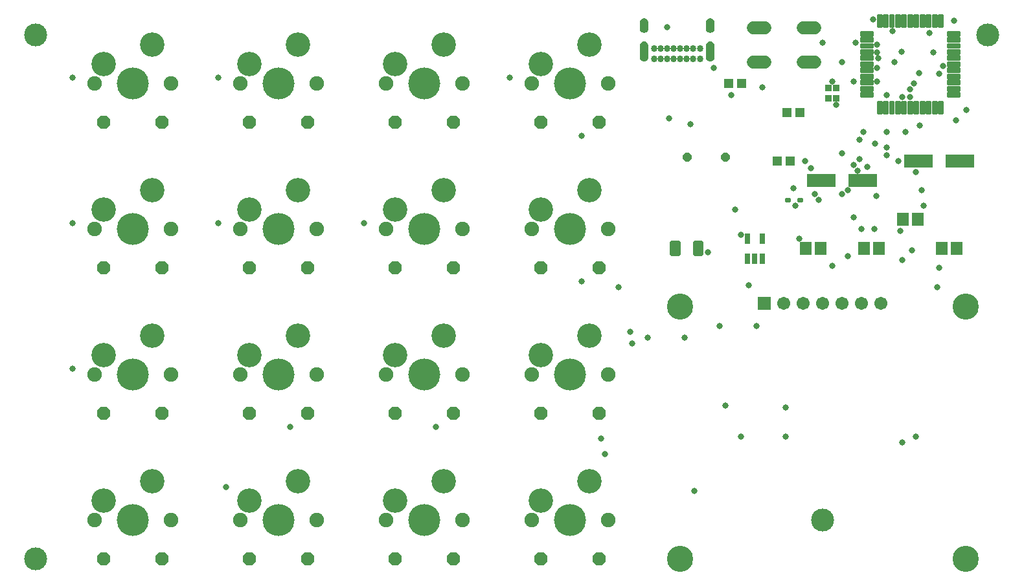
<source format=gbr>
G04 EAGLE Gerber RS-274X export*
G75*
%MOMM*%
%FSLAX34Y34*%
%LPD*%
%INSoldermask Top*%
%IPPOS*%
%AMOC8*
5,1,8,0,0,1.08239X$1,22.5*%
G01*
%ADD10C,3.003200*%
%ADD11R,1.303200X1.203200*%
%ADD12R,3.703200X1.803200*%
%ADD13R,1.703200X1.703200*%
%ADD14C,1.703200*%
%ADD15C,3.419200*%
%ADD16R,0.753200X1.403200*%
%ADD17R,1.503200X1.703200*%
%ADD18C,0.505150*%
%ADD19C,3.203200*%
%ADD20C,1.727200*%
%ADD21C,0.338938*%
%ADD22R,0.903200X0.953200*%
%ADD23P,2.655319X8X22.500000*%
%ADD24P,1.843527X8X22.500000*%
%ADD25C,4.191000*%
%ADD26C,1.903200*%
%ADD27C,0.857200*%
%ADD28C,0.241278*%
%ADD29P,1.275272X8X22.500000*%
%ADD30C,0.807200*%

G36*
X732528Y613657D02*
X732528Y613657D01*
X732533Y613662D01*
X732537Y613659D01*
X733569Y613972D01*
X733573Y613977D01*
X733578Y613975D01*
X734529Y614483D01*
X734532Y614490D01*
X734537Y614489D01*
X735370Y615173D01*
X735372Y615180D01*
X735377Y615180D01*
X736061Y616013D01*
X736061Y616020D01*
X736067Y616021D01*
X736575Y616972D01*
X736574Y616979D01*
X736578Y616981D01*
X736804Y617724D01*
X736819Y617773D01*
X736891Y618013D01*
X736890Y618017D01*
X736892Y618019D01*
X736891Y618021D01*
X736893Y618022D01*
X736999Y619095D01*
X736997Y619098D01*
X736999Y619100D01*
X736999Y634100D01*
X736997Y634103D01*
X736999Y634105D01*
X736893Y635178D01*
X736888Y635183D01*
X736891Y635187D01*
X736578Y636219D01*
X736573Y636223D01*
X736575Y636228D01*
X736067Y637179D01*
X736060Y637182D01*
X736061Y637187D01*
X735377Y638020D01*
X735370Y638022D01*
X735370Y638027D01*
X734537Y638711D01*
X734530Y638711D01*
X734529Y638717D01*
X733578Y639225D01*
X733571Y639224D01*
X733569Y639228D01*
X732537Y639541D01*
X732531Y639539D01*
X732528Y639543D01*
X731455Y639649D01*
X731449Y639645D01*
X731445Y639649D01*
X730372Y639543D01*
X730367Y639538D01*
X730363Y639541D01*
X729331Y639228D01*
X729327Y639223D01*
X729322Y639225D01*
X728371Y638717D01*
X728368Y638710D01*
X728363Y638711D01*
X727530Y638027D01*
X727528Y638020D01*
X727523Y638020D01*
X726839Y637187D01*
X726839Y637180D01*
X726833Y637179D01*
X726325Y636228D01*
X726326Y636222D01*
X726322Y636219D01*
X726142Y635628D01*
X726127Y635579D01*
X726009Y635187D01*
X726009Y635186D01*
X726008Y635185D01*
X726011Y635181D01*
X726007Y635178D01*
X725901Y634105D01*
X725903Y634102D01*
X725901Y634100D01*
X725901Y619100D01*
X725903Y619097D01*
X725901Y619095D01*
X726007Y618022D01*
X726012Y618017D01*
X726009Y618013D01*
X726322Y616981D01*
X726327Y616977D01*
X726325Y616972D01*
X726833Y616021D01*
X726840Y616018D01*
X726839Y616013D01*
X727523Y615180D01*
X727530Y615178D01*
X727530Y615173D01*
X728363Y614489D01*
X728370Y614489D01*
X728371Y614483D01*
X729322Y613975D01*
X729329Y613976D01*
X729331Y613972D01*
X730363Y613659D01*
X730370Y613661D01*
X730372Y613657D01*
X731445Y613551D01*
X731451Y613555D01*
X731455Y613551D01*
X732528Y613657D01*
G37*
G36*
X819028Y613657D02*
X819028Y613657D01*
X819033Y613662D01*
X819037Y613659D01*
X820069Y613972D01*
X820073Y613977D01*
X820078Y613975D01*
X821029Y614483D01*
X821032Y614490D01*
X821037Y614489D01*
X821870Y615173D01*
X821872Y615180D01*
X821877Y615180D01*
X822561Y616013D01*
X822561Y616020D01*
X822567Y616021D01*
X823075Y616972D01*
X823074Y616979D01*
X823078Y616981D01*
X823304Y617724D01*
X823319Y617773D01*
X823391Y618013D01*
X823390Y618017D01*
X823392Y618019D01*
X823391Y618021D01*
X823393Y618022D01*
X823499Y619095D01*
X823497Y619098D01*
X823499Y619100D01*
X823499Y634100D01*
X823497Y634103D01*
X823499Y634105D01*
X823393Y635178D01*
X823388Y635183D01*
X823391Y635187D01*
X823078Y636219D01*
X823073Y636223D01*
X823075Y636228D01*
X822567Y637179D01*
X822560Y637182D01*
X822561Y637187D01*
X821877Y638020D01*
X821870Y638022D01*
X821870Y638027D01*
X821037Y638711D01*
X821030Y638711D01*
X821029Y638717D01*
X820078Y639225D01*
X820071Y639224D01*
X820069Y639228D01*
X819037Y639541D01*
X819031Y639539D01*
X819028Y639543D01*
X817955Y639649D01*
X817949Y639645D01*
X817945Y639649D01*
X816872Y639543D01*
X816867Y639538D01*
X816863Y639541D01*
X815831Y639228D01*
X815827Y639223D01*
X815822Y639225D01*
X814871Y638717D01*
X814868Y638710D01*
X814863Y638711D01*
X814030Y638027D01*
X814028Y638020D01*
X814023Y638020D01*
X813339Y637187D01*
X813339Y637180D01*
X813333Y637179D01*
X812825Y636228D01*
X812826Y636222D01*
X812822Y636219D01*
X812642Y635628D01*
X812627Y635579D01*
X812509Y635187D01*
X812509Y635186D01*
X812508Y635185D01*
X812511Y635181D01*
X812507Y635178D01*
X812401Y634105D01*
X812403Y634102D01*
X812401Y634100D01*
X812401Y619100D01*
X812403Y619097D01*
X812401Y619095D01*
X812507Y618022D01*
X812512Y618017D01*
X812509Y618013D01*
X812822Y616981D01*
X812827Y616977D01*
X812825Y616972D01*
X813333Y616021D01*
X813340Y616018D01*
X813339Y616013D01*
X814023Y615180D01*
X814030Y615178D01*
X814030Y615173D01*
X814863Y614489D01*
X814870Y614489D01*
X814871Y614483D01*
X815822Y613975D01*
X815829Y613976D01*
X815831Y613972D01*
X816863Y613659D01*
X816870Y613661D01*
X816872Y613657D01*
X817945Y613551D01*
X817951Y613555D01*
X817955Y613551D01*
X819028Y613657D01*
G37*
G36*
X732528Y650957D02*
X732528Y650957D01*
X732533Y650962D01*
X732537Y650959D01*
X733569Y651272D01*
X733573Y651277D01*
X733578Y651275D01*
X734529Y651783D01*
X734532Y651790D01*
X734537Y651789D01*
X735370Y652473D01*
X735372Y652480D01*
X735377Y652480D01*
X736061Y653313D01*
X736061Y653320D01*
X736067Y653321D01*
X736575Y654272D01*
X736574Y654279D01*
X736578Y654281D01*
X736804Y655024D01*
X736819Y655073D01*
X736891Y655313D01*
X736890Y655317D01*
X736892Y655319D01*
X736891Y655321D01*
X736893Y655322D01*
X736999Y656395D01*
X736997Y656398D01*
X736999Y656400D01*
X736999Y664400D01*
X736997Y664403D01*
X736999Y664405D01*
X736893Y665478D01*
X736888Y665483D01*
X736891Y665487D01*
X736578Y666519D01*
X736573Y666523D01*
X736575Y666528D01*
X736067Y667479D01*
X736060Y667482D01*
X736061Y667487D01*
X735377Y668320D01*
X735370Y668322D01*
X735370Y668327D01*
X734537Y669011D01*
X734530Y669011D01*
X734529Y669017D01*
X733578Y669525D01*
X733571Y669524D01*
X733569Y669528D01*
X732537Y669841D01*
X732531Y669839D01*
X732528Y669843D01*
X731455Y669949D01*
X731449Y669945D01*
X731445Y669949D01*
X730372Y669843D01*
X730367Y669838D01*
X730363Y669841D01*
X729331Y669528D01*
X729327Y669523D01*
X729322Y669525D01*
X728371Y669017D01*
X728368Y669010D01*
X728363Y669011D01*
X727530Y668327D01*
X727528Y668320D01*
X727523Y668320D01*
X726839Y667487D01*
X726839Y667480D01*
X726833Y667479D01*
X726325Y666528D01*
X726326Y666526D01*
X726325Y666526D01*
X726326Y666525D01*
X726326Y666521D01*
X726322Y666519D01*
X726114Y665836D01*
X726009Y665487D01*
X726011Y665481D01*
X726007Y665478D01*
X725901Y664405D01*
X725903Y664402D01*
X725901Y664400D01*
X725901Y656400D01*
X725903Y656397D01*
X725901Y656395D01*
X726007Y655322D01*
X726012Y655317D01*
X726009Y655313D01*
X726322Y654281D01*
X726327Y654277D01*
X726325Y654272D01*
X726833Y653321D01*
X726840Y653318D01*
X726839Y653313D01*
X727523Y652480D01*
X727530Y652478D01*
X727530Y652473D01*
X728363Y651789D01*
X728370Y651789D01*
X728371Y651783D01*
X729322Y651275D01*
X729329Y651276D01*
X729331Y651272D01*
X730363Y650959D01*
X730370Y650961D01*
X730372Y650957D01*
X731445Y650851D01*
X731451Y650855D01*
X731455Y650851D01*
X732528Y650957D01*
G37*
G36*
X819028Y650957D02*
X819028Y650957D01*
X819033Y650962D01*
X819037Y650959D01*
X820069Y651272D01*
X820073Y651277D01*
X820078Y651275D01*
X821029Y651783D01*
X821032Y651790D01*
X821037Y651789D01*
X821870Y652473D01*
X821872Y652480D01*
X821877Y652480D01*
X822561Y653313D01*
X822561Y653320D01*
X822567Y653321D01*
X823075Y654272D01*
X823074Y654279D01*
X823078Y654281D01*
X823304Y655024D01*
X823319Y655073D01*
X823391Y655313D01*
X823390Y655317D01*
X823392Y655319D01*
X823391Y655321D01*
X823393Y655322D01*
X823499Y656395D01*
X823497Y656398D01*
X823499Y656400D01*
X823499Y664400D01*
X823497Y664403D01*
X823499Y664405D01*
X823393Y665478D01*
X823388Y665483D01*
X823391Y665487D01*
X823078Y666519D01*
X823073Y666523D01*
X823075Y666528D01*
X822567Y667479D01*
X822560Y667482D01*
X822561Y667487D01*
X821877Y668320D01*
X821870Y668322D01*
X821870Y668327D01*
X821037Y669011D01*
X821030Y669011D01*
X821029Y669017D01*
X820078Y669525D01*
X820071Y669524D01*
X820069Y669528D01*
X819037Y669841D01*
X819031Y669839D01*
X819028Y669843D01*
X817955Y669949D01*
X817949Y669945D01*
X817945Y669949D01*
X816872Y669843D01*
X816867Y669838D01*
X816863Y669841D01*
X815831Y669528D01*
X815827Y669523D01*
X815822Y669525D01*
X814871Y669017D01*
X814868Y669010D01*
X814863Y669011D01*
X814030Y668327D01*
X814028Y668320D01*
X814023Y668320D01*
X813339Y667487D01*
X813339Y667480D01*
X813333Y667479D01*
X812825Y666528D01*
X812826Y666526D01*
X812825Y666526D01*
X812826Y666525D01*
X812826Y666521D01*
X812822Y666519D01*
X812614Y665836D01*
X812509Y665487D01*
X812511Y665481D01*
X812507Y665478D01*
X812401Y664405D01*
X812403Y664402D01*
X812401Y664400D01*
X812401Y656400D01*
X812403Y656397D01*
X812401Y656395D01*
X812507Y655322D01*
X812512Y655317D01*
X812509Y655313D01*
X812822Y654281D01*
X812827Y654277D01*
X812825Y654272D01*
X813333Y653321D01*
X813340Y653318D01*
X813339Y653313D01*
X814023Y652480D01*
X814030Y652478D01*
X814030Y652473D01*
X814863Y651789D01*
X814870Y651789D01*
X814871Y651783D01*
X815822Y651275D01*
X815829Y651276D01*
X815831Y651272D01*
X816863Y650959D01*
X816870Y650961D01*
X816872Y650957D01*
X817945Y650851D01*
X817951Y650855D01*
X817955Y650851D01*
X819028Y650957D01*
G37*
D10*
X-63500Y647700D03*
X-63500Y-38100D03*
X1181100Y647700D03*
X965200Y12700D03*
D11*
X905900Y482600D03*
X922900Y482600D03*
X842400Y584200D03*
X859400Y584200D03*
X918600Y546100D03*
X935600Y546100D03*
D12*
X1144600Y482600D03*
X1090600Y482600D03*
X963600Y457200D03*
X1017600Y457200D03*
D13*
X889000Y297000D03*
D14*
X914400Y297000D03*
X939800Y297000D03*
X965200Y297000D03*
X990600Y297000D03*
X1016000Y297000D03*
X1041400Y297000D03*
D15*
X778200Y292000D03*
X1152200Y292000D03*
X778200Y-38000D03*
X1152200Y-38000D03*
D16*
X866800Y355299D03*
X876300Y355299D03*
X885800Y355299D03*
X885800Y381301D03*
X866800Y381301D03*
D17*
X1019200Y368300D03*
X1038200Y368300D03*
X943000Y368300D03*
X962000Y368300D03*
X1070000Y406400D03*
X1089000Y406400D03*
D18*
X776840Y360710D02*
X767860Y360710D01*
X767860Y375890D01*
X776840Y375890D01*
X776840Y360710D01*
X776840Y365509D02*
X767860Y365509D01*
X767860Y370308D02*
X776840Y370308D01*
X776840Y375107D02*
X767860Y375107D01*
X797960Y360710D02*
X806940Y360710D01*
X797960Y360710D02*
X797960Y375890D01*
X806940Y375890D01*
X806940Y360710D01*
X806940Y365509D02*
X797960Y365509D01*
X797960Y370308D02*
X806940Y370308D01*
X806940Y375107D02*
X797960Y375107D01*
D17*
X1120800Y368300D03*
X1139800Y368300D03*
D19*
X88900Y635000D03*
X25400Y609600D03*
X469900Y254000D03*
X406400Y228600D03*
X469900Y63500D03*
X406400Y38100D03*
X660400Y635000D03*
X596900Y609600D03*
X660400Y444500D03*
X596900Y419100D03*
X660400Y254000D03*
X596900Y228600D03*
X660400Y63500D03*
X596900Y38100D03*
D20*
X874268Y657606D02*
X889508Y657606D01*
X889508Y612394D02*
X874268Y612394D01*
X939292Y657606D02*
X954532Y657606D01*
X954532Y612394D02*
X939292Y612394D01*
D19*
X88900Y444500D03*
X25400Y419100D03*
X88900Y254000D03*
X25400Y228600D03*
X279400Y635000D03*
X215900Y609600D03*
X279400Y444500D03*
X215900Y419100D03*
X88900Y63500D03*
X25400Y38100D03*
X279400Y254000D03*
X215900Y228600D03*
X279400Y63500D03*
X215900Y38100D03*
X469900Y635000D03*
X406400Y609600D03*
X469900Y444500D03*
X406400Y419100D03*
D21*
X1041572Y545478D02*
X1041572Y560122D01*
X1041572Y545478D02*
X1037428Y545478D01*
X1037428Y560122D01*
X1041572Y560122D01*
X1041572Y548698D02*
X1037428Y548698D01*
X1037428Y551918D02*
X1041572Y551918D01*
X1041572Y555138D02*
X1037428Y555138D01*
X1037428Y558358D02*
X1041572Y558358D01*
X1049572Y560122D02*
X1049572Y545478D01*
X1045428Y545478D01*
X1045428Y560122D01*
X1049572Y560122D01*
X1049572Y548698D02*
X1045428Y548698D01*
X1045428Y551918D02*
X1049572Y551918D01*
X1049572Y555138D02*
X1045428Y555138D01*
X1045428Y558358D02*
X1049572Y558358D01*
X1057572Y560122D02*
X1057572Y545478D01*
X1053428Y545478D01*
X1053428Y560122D01*
X1057572Y560122D01*
X1057572Y548698D02*
X1053428Y548698D01*
X1053428Y551918D02*
X1057572Y551918D01*
X1057572Y555138D02*
X1053428Y555138D01*
X1053428Y558358D02*
X1057572Y558358D01*
X1065572Y560122D02*
X1065572Y545478D01*
X1061428Y545478D01*
X1061428Y560122D01*
X1065572Y560122D01*
X1065572Y548698D02*
X1061428Y548698D01*
X1061428Y551918D02*
X1065572Y551918D01*
X1065572Y555138D02*
X1061428Y555138D01*
X1061428Y558358D02*
X1065572Y558358D01*
X1073572Y560122D02*
X1073572Y545478D01*
X1069428Y545478D01*
X1069428Y560122D01*
X1073572Y560122D01*
X1073572Y548698D02*
X1069428Y548698D01*
X1069428Y551918D02*
X1073572Y551918D01*
X1073572Y555138D02*
X1069428Y555138D01*
X1069428Y558358D02*
X1073572Y558358D01*
X1081572Y560122D02*
X1081572Y545478D01*
X1077428Y545478D01*
X1077428Y560122D01*
X1081572Y560122D01*
X1081572Y548698D02*
X1077428Y548698D01*
X1077428Y551918D02*
X1081572Y551918D01*
X1081572Y555138D02*
X1077428Y555138D01*
X1077428Y558358D02*
X1081572Y558358D01*
X1089572Y560122D02*
X1089572Y545478D01*
X1085428Y545478D01*
X1085428Y560122D01*
X1089572Y560122D01*
X1089572Y548698D02*
X1085428Y548698D01*
X1085428Y551918D02*
X1089572Y551918D01*
X1089572Y555138D02*
X1085428Y555138D01*
X1085428Y558358D02*
X1089572Y558358D01*
X1097572Y560122D02*
X1097572Y545478D01*
X1093428Y545478D01*
X1093428Y560122D01*
X1097572Y560122D01*
X1097572Y548698D02*
X1093428Y548698D01*
X1093428Y551918D02*
X1097572Y551918D01*
X1097572Y555138D02*
X1093428Y555138D01*
X1093428Y558358D02*
X1097572Y558358D01*
X1105572Y560122D02*
X1105572Y545478D01*
X1101428Y545478D01*
X1101428Y560122D01*
X1105572Y560122D01*
X1105572Y548698D02*
X1101428Y548698D01*
X1101428Y551918D02*
X1105572Y551918D01*
X1105572Y555138D02*
X1101428Y555138D01*
X1101428Y558358D02*
X1105572Y558358D01*
X1113572Y560122D02*
X1113572Y545478D01*
X1109428Y545478D01*
X1109428Y560122D01*
X1113572Y560122D01*
X1113572Y548698D02*
X1109428Y548698D01*
X1109428Y551918D02*
X1113572Y551918D01*
X1113572Y555138D02*
X1109428Y555138D01*
X1109428Y558358D02*
X1113572Y558358D01*
X1121572Y560122D02*
X1121572Y545478D01*
X1117428Y545478D01*
X1117428Y560122D01*
X1121572Y560122D01*
X1121572Y548698D02*
X1117428Y548698D01*
X1117428Y551918D02*
X1121572Y551918D01*
X1121572Y555138D02*
X1117428Y555138D01*
X1117428Y558358D02*
X1121572Y558358D01*
X1121572Y659078D02*
X1121572Y673722D01*
X1121572Y659078D02*
X1117428Y659078D01*
X1117428Y673722D01*
X1121572Y673722D01*
X1121572Y662298D02*
X1117428Y662298D01*
X1117428Y665518D02*
X1121572Y665518D01*
X1121572Y668738D02*
X1117428Y668738D01*
X1117428Y671958D02*
X1121572Y671958D01*
X1113572Y673722D02*
X1113572Y659078D01*
X1109428Y659078D01*
X1109428Y673722D01*
X1113572Y673722D01*
X1113572Y662298D02*
X1109428Y662298D01*
X1109428Y665518D02*
X1113572Y665518D01*
X1113572Y668738D02*
X1109428Y668738D01*
X1109428Y671958D02*
X1113572Y671958D01*
X1105572Y673722D02*
X1105572Y659078D01*
X1101428Y659078D01*
X1101428Y673722D01*
X1105572Y673722D01*
X1105572Y662298D02*
X1101428Y662298D01*
X1101428Y665518D02*
X1105572Y665518D01*
X1105572Y668738D02*
X1101428Y668738D01*
X1101428Y671958D02*
X1105572Y671958D01*
X1097572Y673722D02*
X1097572Y659078D01*
X1093428Y659078D01*
X1093428Y673722D01*
X1097572Y673722D01*
X1097572Y662298D02*
X1093428Y662298D01*
X1093428Y665518D02*
X1097572Y665518D01*
X1097572Y668738D02*
X1093428Y668738D01*
X1093428Y671958D02*
X1097572Y671958D01*
X1089572Y673722D02*
X1089572Y659078D01*
X1085428Y659078D01*
X1085428Y673722D01*
X1089572Y673722D01*
X1089572Y662298D02*
X1085428Y662298D01*
X1085428Y665518D02*
X1089572Y665518D01*
X1089572Y668738D02*
X1085428Y668738D01*
X1085428Y671958D02*
X1089572Y671958D01*
X1081572Y673722D02*
X1081572Y659078D01*
X1077428Y659078D01*
X1077428Y673722D01*
X1081572Y673722D01*
X1081572Y662298D02*
X1077428Y662298D01*
X1077428Y665518D02*
X1081572Y665518D01*
X1081572Y668738D02*
X1077428Y668738D01*
X1077428Y671958D02*
X1081572Y671958D01*
X1073572Y673722D02*
X1073572Y659078D01*
X1069428Y659078D01*
X1069428Y673722D01*
X1073572Y673722D01*
X1073572Y662298D02*
X1069428Y662298D01*
X1069428Y665518D02*
X1073572Y665518D01*
X1073572Y668738D02*
X1069428Y668738D01*
X1069428Y671958D02*
X1073572Y671958D01*
X1065572Y673722D02*
X1065572Y659078D01*
X1061428Y659078D01*
X1061428Y673722D01*
X1065572Y673722D01*
X1065572Y662298D02*
X1061428Y662298D01*
X1061428Y665518D02*
X1065572Y665518D01*
X1065572Y668738D02*
X1061428Y668738D01*
X1061428Y671958D02*
X1065572Y671958D01*
X1057572Y673722D02*
X1057572Y659078D01*
X1053428Y659078D01*
X1053428Y673722D01*
X1057572Y673722D01*
X1057572Y662298D02*
X1053428Y662298D01*
X1053428Y665518D02*
X1057572Y665518D01*
X1057572Y668738D02*
X1053428Y668738D01*
X1053428Y671958D02*
X1057572Y671958D01*
X1049572Y673722D02*
X1049572Y659078D01*
X1045428Y659078D01*
X1045428Y673722D01*
X1049572Y673722D01*
X1049572Y662298D02*
X1045428Y662298D01*
X1045428Y665518D02*
X1049572Y665518D01*
X1049572Y668738D02*
X1045428Y668738D01*
X1045428Y671958D02*
X1049572Y671958D01*
X1041572Y673722D02*
X1041572Y659078D01*
X1037428Y659078D01*
X1037428Y673722D01*
X1041572Y673722D01*
X1041572Y662298D02*
X1037428Y662298D01*
X1037428Y665518D02*
X1041572Y665518D01*
X1041572Y668738D02*
X1037428Y668738D01*
X1037428Y671958D02*
X1041572Y671958D01*
X1030022Y647528D02*
X1015378Y647528D01*
X1015378Y651672D01*
X1030022Y651672D01*
X1030022Y647528D01*
X1030022Y650748D02*
X1015378Y650748D01*
X1015378Y639528D02*
X1030022Y639528D01*
X1015378Y639528D02*
X1015378Y643672D01*
X1030022Y643672D01*
X1030022Y639528D01*
X1030022Y642748D02*
X1015378Y642748D01*
X1015378Y631528D02*
X1030022Y631528D01*
X1015378Y631528D02*
X1015378Y635672D01*
X1030022Y635672D01*
X1030022Y631528D01*
X1030022Y634748D02*
X1015378Y634748D01*
X1015378Y623528D02*
X1030022Y623528D01*
X1015378Y623528D02*
X1015378Y627672D01*
X1030022Y627672D01*
X1030022Y623528D01*
X1030022Y626748D02*
X1015378Y626748D01*
X1015378Y615528D02*
X1030022Y615528D01*
X1015378Y615528D02*
X1015378Y619672D01*
X1030022Y619672D01*
X1030022Y615528D01*
X1030022Y618748D02*
X1015378Y618748D01*
X1015378Y607528D02*
X1030022Y607528D01*
X1015378Y607528D02*
X1015378Y611672D01*
X1030022Y611672D01*
X1030022Y607528D01*
X1030022Y610748D02*
X1015378Y610748D01*
X1015378Y599528D02*
X1030022Y599528D01*
X1015378Y599528D02*
X1015378Y603672D01*
X1030022Y603672D01*
X1030022Y599528D01*
X1030022Y602748D02*
X1015378Y602748D01*
X1015378Y591528D02*
X1030022Y591528D01*
X1015378Y591528D02*
X1015378Y595672D01*
X1030022Y595672D01*
X1030022Y591528D01*
X1030022Y594748D02*
X1015378Y594748D01*
X1015378Y583528D02*
X1030022Y583528D01*
X1015378Y583528D02*
X1015378Y587672D01*
X1030022Y587672D01*
X1030022Y583528D01*
X1030022Y586748D02*
X1015378Y586748D01*
X1015378Y575528D02*
X1030022Y575528D01*
X1015378Y575528D02*
X1015378Y579672D01*
X1030022Y579672D01*
X1030022Y575528D01*
X1030022Y578748D02*
X1015378Y578748D01*
X1015378Y567528D02*
X1030022Y567528D01*
X1015378Y567528D02*
X1015378Y571672D01*
X1030022Y571672D01*
X1030022Y567528D01*
X1030022Y570748D02*
X1015378Y570748D01*
X1128978Y567528D02*
X1143622Y567528D01*
X1128978Y567528D02*
X1128978Y571672D01*
X1143622Y571672D01*
X1143622Y567528D01*
X1143622Y570748D02*
X1128978Y570748D01*
X1128978Y575528D02*
X1143622Y575528D01*
X1128978Y575528D02*
X1128978Y579672D01*
X1143622Y579672D01*
X1143622Y575528D01*
X1143622Y578748D02*
X1128978Y578748D01*
X1128978Y583528D02*
X1143622Y583528D01*
X1128978Y583528D02*
X1128978Y587672D01*
X1143622Y587672D01*
X1143622Y583528D01*
X1143622Y586748D02*
X1128978Y586748D01*
X1128978Y591528D02*
X1143622Y591528D01*
X1128978Y591528D02*
X1128978Y595672D01*
X1143622Y595672D01*
X1143622Y591528D01*
X1143622Y594748D02*
X1128978Y594748D01*
X1128978Y599528D02*
X1143622Y599528D01*
X1128978Y599528D02*
X1128978Y603672D01*
X1143622Y603672D01*
X1143622Y599528D01*
X1143622Y602748D02*
X1128978Y602748D01*
X1128978Y607528D02*
X1143622Y607528D01*
X1128978Y607528D02*
X1128978Y611672D01*
X1143622Y611672D01*
X1143622Y607528D01*
X1143622Y610748D02*
X1128978Y610748D01*
X1128978Y615528D02*
X1143622Y615528D01*
X1128978Y615528D02*
X1128978Y619672D01*
X1143622Y619672D01*
X1143622Y615528D01*
X1143622Y618748D02*
X1128978Y618748D01*
X1128978Y623528D02*
X1143622Y623528D01*
X1128978Y623528D02*
X1128978Y627672D01*
X1143622Y627672D01*
X1143622Y623528D01*
X1143622Y626748D02*
X1128978Y626748D01*
X1128978Y631528D02*
X1143622Y631528D01*
X1128978Y631528D02*
X1128978Y635672D01*
X1143622Y635672D01*
X1143622Y631528D01*
X1143622Y634748D02*
X1128978Y634748D01*
X1128978Y639528D02*
X1143622Y639528D01*
X1128978Y639528D02*
X1128978Y643672D01*
X1143622Y643672D01*
X1143622Y639528D01*
X1143622Y642748D02*
X1128978Y642748D01*
X1128978Y647528D02*
X1143622Y647528D01*
X1128978Y647528D02*
X1128978Y651672D01*
X1143622Y651672D01*
X1143622Y647528D01*
X1143622Y650748D02*
X1128978Y650748D01*
D22*
X972900Y578250D03*
X972900Y564750D03*
X982900Y564750D03*
X982900Y578250D03*
D23*
X88600Y635000D03*
X25400Y609600D03*
D24*
X25400Y533400D03*
X101600Y533400D03*
D25*
X63500Y584200D03*
D26*
X113500Y584200D03*
X13500Y584200D03*
D23*
X88600Y444500D03*
X25400Y419100D03*
D24*
X25400Y342900D03*
X101600Y342900D03*
D25*
X63500Y393700D03*
D26*
X113500Y393700D03*
X13500Y393700D03*
D23*
X88600Y254000D03*
X25400Y228600D03*
D24*
X25400Y152400D03*
X101600Y152400D03*
D25*
X63500Y203200D03*
D26*
X113500Y203200D03*
X13500Y203200D03*
D23*
X88600Y63500D03*
X25400Y38100D03*
D24*
X25400Y-38100D03*
X101600Y-38100D03*
D25*
X63500Y12700D03*
D26*
X113500Y12700D03*
X13500Y12700D03*
D23*
X279100Y254000D03*
X215900Y228600D03*
D24*
X215900Y152400D03*
X292100Y152400D03*
D25*
X254000Y203200D03*
D26*
X304000Y203200D03*
X204000Y203200D03*
D23*
X469600Y254000D03*
X406400Y228600D03*
D24*
X406400Y152400D03*
X482600Y152400D03*
D25*
X444500Y203200D03*
D26*
X494500Y203200D03*
X394500Y203200D03*
D23*
X279100Y63500D03*
X215900Y38100D03*
D24*
X215900Y-38100D03*
X292100Y-38100D03*
D25*
X254000Y12700D03*
D26*
X304000Y12700D03*
X204000Y12700D03*
D23*
X469600Y63500D03*
X406400Y38100D03*
D24*
X406400Y-38100D03*
X482600Y-38100D03*
D25*
X444500Y12700D03*
D26*
X494500Y12700D03*
X394500Y12700D03*
D23*
X660100Y635000D03*
X596900Y609600D03*
D24*
X596900Y533400D03*
X673100Y533400D03*
D25*
X635000Y584200D03*
D26*
X685000Y584200D03*
X585000Y584200D03*
D23*
X660100Y254000D03*
X596900Y228600D03*
D24*
X596900Y152400D03*
X673100Y152400D03*
D25*
X635000Y203200D03*
D26*
X685000Y203200D03*
X585000Y203200D03*
D23*
X660100Y444500D03*
X596900Y419100D03*
D24*
X596900Y342900D03*
X673100Y342900D03*
D25*
X635000Y393700D03*
D26*
X685000Y393700D03*
X585000Y393700D03*
D23*
X660100Y63500D03*
X596900Y38100D03*
D24*
X596900Y-38100D03*
X673100Y-38100D03*
D25*
X635000Y12700D03*
D26*
X685000Y12700D03*
X585000Y12700D03*
D23*
X279100Y635000D03*
X215900Y609600D03*
D24*
X215900Y533400D03*
X292100Y533400D03*
D25*
X254000Y584200D03*
D26*
X304000Y584200D03*
X204000Y584200D03*
D23*
X469600Y635000D03*
X406400Y609600D03*
D24*
X406400Y533400D03*
X482600Y533400D03*
D25*
X444500Y584200D03*
D26*
X494500Y584200D03*
X394500Y584200D03*
D23*
X279100Y444500D03*
X215900Y419100D03*
D24*
X215900Y342900D03*
X292100Y342900D03*
D25*
X254000Y393700D03*
D26*
X304000Y393700D03*
X204000Y393700D03*
D23*
X469600Y444500D03*
X406400Y419100D03*
D24*
X406400Y342900D03*
X482600Y342900D03*
D25*
X444500Y393700D03*
D26*
X494500Y393700D03*
X394500Y393700D03*
D27*
X804450Y616800D03*
X795950Y616800D03*
X787450Y616800D03*
X778950Y616800D03*
X770450Y616800D03*
X761950Y616800D03*
X753450Y616800D03*
X744950Y616800D03*
X744950Y630300D03*
X753450Y630300D03*
X761950Y630300D03*
X770450Y630300D03*
X778950Y630300D03*
X787450Y630300D03*
X795950Y630300D03*
X804450Y630300D03*
D28*
X916640Y429990D02*
X921560Y429990D01*
X916640Y429990D02*
X916640Y433610D01*
X921560Y433610D01*
X921560Y429990D01*
X921560Y432282D02*
X916640Y432282D01*
X932640Y429990D02*
X937560Y429990D01*
X932640Y429990D02*
X932640Y433610D01*
X937560Y433610D01*
X937560Y429990D01*
X937560Y432282D02*
X932640Y432282D01*
D29*
X787908Y487680D03*
X837692Y487680D03*
D30*
X1104900Y650240D03*
X1109980Y624840D03*
X650240Y325120D03*
X-15240Y591820D03*
X459740Y134620D03*
X-15240Y401320D03*
X269240Y134620D03*
X-15240Y210820D03*
X797560Y50800D03*
X680720Y99060D03*
X830580Y266700D03*
X175260Y591820D03*
X858520Y121920D03*
X175260Y401320D03*
X838200Y162560D03*
X185420Y55880D03*
X1115060Y317500D03*
X650240Y515620D03*
X1087120Y121920D03*
X784860Y251460D03*
X698500Y317500D03*
X365760Y401320D03*
X1069340Y114300D03*
X675640Y119380D03*
X878840Y266700D03*
X556260Y591820D03*
X916940Y160020D03*
X736600Y251460D03*
X916940Y121920D03*
X716280Y243840D03*
X1079500Y576580D03*
X1122680Y607060D03*
X886460Y579120D03*
X1031240Y668020D03*
X1059180Y612140D03*
X858520Y386080D03*
X1005840Y408940D03*
X762000Y657860D03*
X927100Y447040D03*
X764540Y538480D03*
X934720Y381000D03*
X868680Y320040D03*
X1016000Y393700D03*
X998220Y444500D03*
X1005840Y477520D03*
X990600Y492760D03*
X990600Y612140D03*
X1036320Y635000D03*
X960120Y431800D03*
X1036320Y624840D03*
X1005840Y586740D03*
X1049020Y568960D03*
X990600Y439420D03*
X1097280Y424180D03*
X845820Y568960D03*
X1010920Y469900D03*
X949960Y473710D03*
X1035050Y436880D03*
X1032510Y393700D03*
X1082040Y365760D03*
X1069340Y353060D03*
X1153160Y549910D03*
X1139190Y535940D03*
X1037590Y617220D03*
X1087120Y468630D03*
X1092200Y529590D03*
X1073150Y520700D03*
X850900Y419100D03*
X1090930Y598170D03*
X1068070Y626110D03*
X1136650Y666750D03*
X942340Y482600D03*
X1036320Y604520D03*
X792480Y530860D03*
X1008380Y637540D03*
X965200Y637540D03*
X822960Y604520D03*
X1049020Y500380D03*
X1049020Y520700D03*
X1056640Y652780D03*
X977900Y586740D03*
X1079500Y566420D03*
X1064260Y482600D03*
X1069340Y566420D03*
X982980Y556260D03*
X1094740Y444500D03*
X977900Y345440D03*
X955040Y439420D03*
X713740Y259080D03*
X929640Y424180D03*
X815340Y363220D03*
X1013460Y510540D03*
X1013460Y485140D03*
X1023620Y474980D03*
X998220Y358140D03*
X1117600Y596900D03*
X1117600Y342900D03*
X1036320Y586740D03*
X1084580Y584200D03*
X1066800Y391160D03*
X1018540Y520700D03*
X1033780Y505460D03*
X1049020Y490220D03*
M02*

</source>
